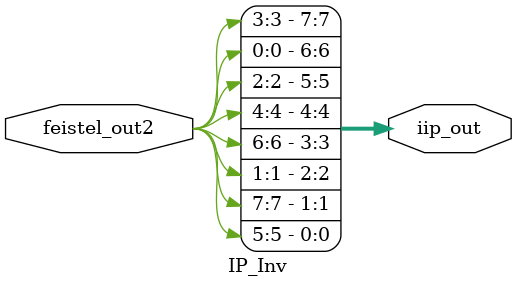
<source format=v>
module IP_Inv(
	input [0:7] feistel_out2,
	output [0:7] iip_out

);

	assign iip_out = {feistel_out2[3], feistel_out2[0], feistel_out2[2], feistel_out2[4], feistel_out2[6], feistel_out2[1], feistel_out2[7], feistel_out2[5]};

endmodule
</source>
